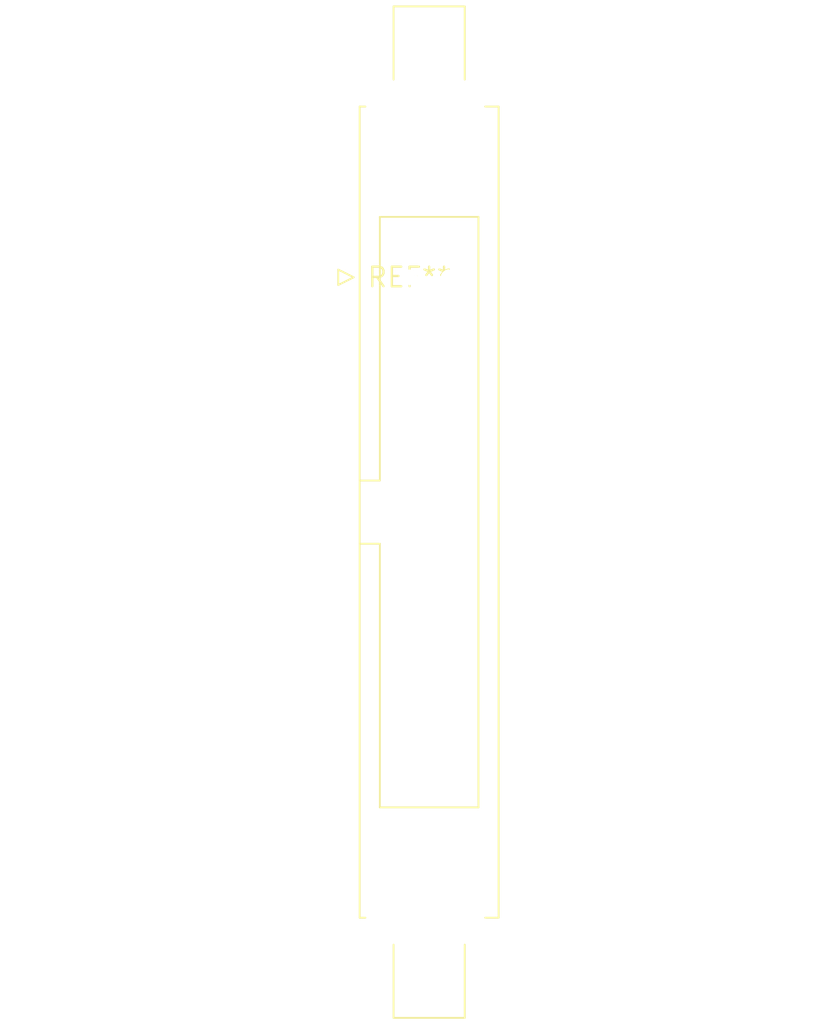
<source format=kicad_pcb>
(kicad_pcb (version 20240108) (generator pcbnew)
  (layers (0 "F.Cu" signal) (31 "B.Cu" signal) (34 "B.Paste" user) (35 "F.Paste" user) (36 "B.SilkS" user "B.Silkscreen") (37 "F.SilkS" user "F.Silkscreen") (38 "B.Mask" user) (39 "F.Mask" user) (44 "Edge.Cuts" user))
  (net 0 "")
  (footprint "IDC-Header_2x13-1MP_P2.54mm_Latch6.5mm_Vertical" (layer "F.Cu") (at 0 0)
    (property "Reference" "REF**")
    (property "Value" "IDC-Header_2x13-1MP_P2.54mm_Latch6.5mm_Vertical")
    (fp_line (start -4.63 -0.5) (end -4.63 0.5) (layer "F.SilkS") (stroke (width 0.12)))
    (fp_line (start -4.63 0.5) (end -3.63 0) (layer "F.SilkS") (stroke (width 0.12)))
    (fp_line (start -3.63 0) (end -4.63 -0.5) (layer "F.SilkS") (stroke (width 0.12)))
    (fp_line (start -3.24 -11.08) (end -3.24 41.56) (layer "F.SilkS") (stroke (width 0.12)))
    (fp_line (start -3.24 13.19) (end -1.93 13.19) (layer "F.SilkS") (stroke (width 0.12)))
    (fp_line (start -3.24 41.56) (end -2.87 41.56) (layer "F.SilkS") (stroke (width 0.12)))
    (fp_line (start -2.87 -11.08) (end -3.24 -11.08) (layer "F.SilkS") (stroke (width 0.12)))
    (fp_line (start -1.93 -3.92) (end 4.47 -3.92) (layer "F.SilkS") (stroke (width 0.12)))
    (fp_line (start -1.93 13.19) (end -1.93 -3.92) (layer "F.SilkS") (stroke (width 0.12)))
    (fp_line (start -1.93 17.29) (end -3.24 17.29) (layer "F.SilkS") (stroke (width 0.12)))
    (fp_line (start -1.93 17.29) (end -1.93 17.29) (layer "F.SilkS") (stroke (width 0.12)))
    (fp_line (start -1.93 34.4) (end -1.93 17.29) (layer "F.SilkS") (stroke (width 0.12)))
    (fp_line (start -1.04 -17.58) (end 3.58 -17.58) (layer "F.SilkS") (stroke (width 0.12)))
    (fp_line (start -1.04 -12.83) (end -1.04 -17.58) (layer "F.SilkS") (stroke (width 0.12)))
    (fp_line (start -1.04 43.31) (end -1.04 48.06) (layer "F.SilkS") (stroke (width 0.12)))
    (fp_line (start -1.04 48.06) (end 3.58 48.06) (layer "F.SilkS") (stroke (width 0.12)))
    (fp_line (start 3.58 -17.58) (end 3.58 -12.83) (layer "F.SilkS") (stroke (width 0.12)))
    (fp_line (start 3.58 48.06) (end 3.58 43.31) (layer "F.SilkS") (stroke (width 0.12)))
    (fp_line (start 4.47 -3.92) (end 4.47 34.4) (layer "F.SilkS") (stroke (width 0.12)))
    (fp_line (start 4.47 34.4) (end -1.93 34.4) (layer "F.SilkS") (stroke (width 0.12)))
    (fp_line (start 4.91 -11.08) (end 5.78 -11.08) (layer "F.SilkS") (stroke (width 0.12)))
    (fp_line (start 5.78 -11.08) (end 5.78 41.56) (layer "F.SilkS") (stroke (width 0.12)))
    (fp_line (start 5.78 41.56) (end 4.91 41.56) (layer "F.SilkS") (stroke (width 0.12)))
    (pad "1" thru_hole roundrect (at 0 0) (size 1.7 1.7) (drill 1) (layers *.Cu *.Mask) (remove_unused_layers) (roundrect_rratio 0.147059))
    (pad "2" thru_hole circle (at 2.54 0) (size 1.7 1.7) (drill 1) (layers *.Cu *.Mask) (remove_unused_layers))
    (pad "3" thru_hole circle (at 0 2.54) (size 1.7 1.7) (drill 1) (layers *.Cu *.Mask) (remove_unused_layers))
    (pad "4" thru_hole circle (at 2.54 2.54) (size 1.7 1.7) (drill 1) (layers *.Cu *.Mask) (remove_unused_layers))
    (pad "5" thru_hole circle (at 0 5.08) (size 1.7 1.7) (drill 1) (layers *.Cu *.Mask) (remove_unused_layers))
    (pad "6" thru_hole circle (at 2.54 5.08) (size 1.7 1.7) (drill 1) (layers *.Cu *.Mask) (remove_unused_layers))
    (pad "7" thru_hole circle (at 0 7.62) (size 1.7 1.7) (drill 1) (layers *.Cu *.Mask) (remove_unused_layers))
    (pad "8" thru_hole circle (at 2.54 7.62) (size 1.7 1.7) (drill 1) (layers *.Cu *.Mask) (remove_unused_layers))
    (pad "9" thru_hole circle (at 0 10.16) (size 1.7 1.7) (drill 1) (layers *.Cu *.Mask) (remove_unused_layers))
    (pad "10" thru_hole circle (at 2.54 10.16) (size 1.7 1.7) (drill 1) (layers *.Cu *.Mask) (remove_unused_layers))
    (pad "11" thru_hole circle (at 0 12.7) (size 1.7 1.7) (drill 1) (layers *.Cu *.Mask) (remove_unused_layers))
    (pad "12" thru_hole circle (at 2.54 12.7) (size 1.7 1.7) (drill 1) (layers *.Cu *.Mask) (remove_unused_layers))
    (pad "13" thru_hole circle (at 0 15.24) (size 1.7 1.7) (drill 1) (layers *.Cu *.Mask) (remove_unused_layers))
    (pad "14" thru_hole circle (at 2.54 15.24) (size 1.7 1.7) (drill 1) (layers *.Cu *.Mask) (remove_unused_layers))
    (pad "15" thru_hole circle (at 0 17.78) (size 1.7 1.7) (drill 1) (layers *.Cu *.Mask) (remove_unused_layers))
    (pad "16" thru_hole circle (at 2.54 17.78) (size 1.7 1.7) (drill 1) (layers *.Cu *.Mask) (remove_unused_layers))
    (pad "17" thru_hole circle (at 0 20.32) (size 1.7 1.7) (drill 1) (layers *.Cu *.Mask) (remove_unused_layers))
    (pad "18" thru_hole circle (at 2.54 20.32) (size 1.7 1.7) (drill 1) (layers *.Cu *.Mask) (remove_unused_layers))
    (pad "19" thru_hole circle (at 0 22.86) (size 1.7 1.7) (drill 1) (layers *.Cu *.Mask) (remove_unused_layers))
    (pad "20" thru_hole circle (at 2.54 22.86) (size 1.7 1.7) (drill 1) (layers *.Cu *.Mask) (remove_unused_layers))
    (pad "21" thru_hole circle (at 0 25.4) (size 1.7 1.7) (drill 1) (layers *.Cu *.Mask) (remove_unused_layers))
    (pad "22" thru_hole circle (at 2.54 25.4) (size 1.7 1.7) (drill 1) (layers *.Cu *.Mask) (remove_unused_layers))
    (pad "23" thru_hole circle (at 0 27.94) (size 1.7 1.7) (drill 1) (layers *.Cu *.Mask) (remove_unused_layers))
    (pad "24" thru_hole circle (at 2.54 27.94) (size 1.7 1.7) (drill 1) (layers *.Cu *.Mask) (remove_unused_layers))
    (pad "25" thru_hole circle (at 0 30.48) (size 1.7 1.7) (drill 1) (layers *.Cu *.Mask) (remove_unused_layers))
    (pad "26" thru_hole circle (at 2.54 30.48) (size 1.7 1.7) (drill 1) (layers *.Cu *.Mask) (remove_unused_layers))
    (pad "MP" thru_hole circle (at 1.02 -8.94) (size 8 8) (drill 2.69) (layers *.Cu *.Mask) (remove_unused_layers))
    (pad "MP" thru_hole circle (at 1.02 39.42) (size 8 8) (drill 2.69) (layers *.Cu *.Mask) (remove_unused_layers))
  )
)
</source>
